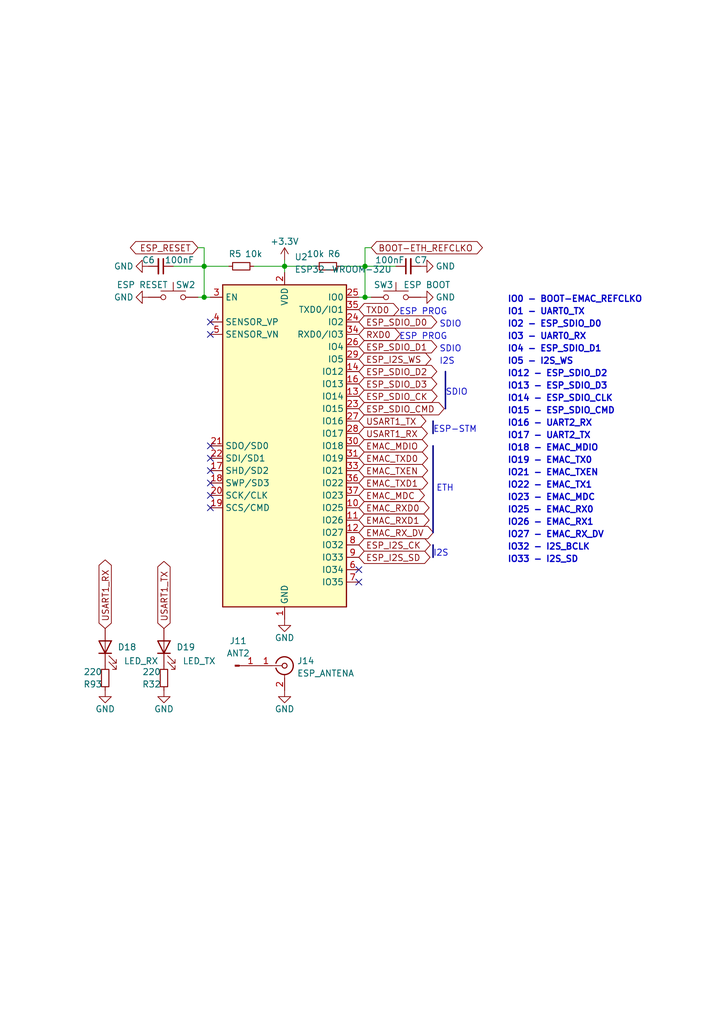
<source format=kicad_sch>
(kicad_sch (version 20211123) (generator eeschema)
  (paper "A5" portrait)
  (lib_symbols
    (symbol "Connector:Conn_01x01_Male" (pin_names (offset 1.016) hide)
      (property "Reference" "J" (at 0 2.54 0))
      (property "Value" "Conn_01x01_Male" (at 0 -2.54 0))
      (symbol "Conn_01x01_Male_1_1"
        (polyline (pts (xy 1.27 0) (xy 0.8636 0)) (stroke (width 0.1524)))
        (rectangle (start 0.8636 0.127) (end 0 -0.127) (stroke (width 0.1524)) (fill (type outline)))
        (pin passive line (at 5.08 0 180) (length 3.81) (name "Pin_1") (number "1"))
      )
    )
    (symbol "Connector:Conn_Coaxial" (pin_names (offset 1.016) hide)
      (property "Reference" "J" (at 0.254 3.048 0))
      (property "Value" "Conn_Coaxial" (at 2.921 0 90))
      (symbol "Conn_Coaxial_0_1"
        (arc (start -1.778 -0.508) (mid 0.2311 -1.8066) (end 1.778 0) (stroke (width 0.254)))
        (polyline (pts (xy -2.54 0) (xy -0.508 0)))
        (polyline (pts (xy 0 -2.54) (xy 0 -1.778)))
        (circle (center 0 0) (radius 0.508) (stroke (width 0.2032)))
        (arc (start 1.778 0) (mid 0.2099 1.8101) (end -1.778 0.508) (stroke (width 0.254)))
      )
      (symbol "Conn_Coaxial_1_1"
        (pin passive line (at -5.08 0 0) (length 2.54) (name "In") (number "1"))
        (pin passive line (at 0 -5.08 90) (length 2.54) (name "Ext") (number "2"))
      )
    )
    (symbol "Device:C_Small" (pin_numbers hide) (pin_names (offset 0.254) hide)
      (property "Reference" "C" (at 0.254 1.778 0))
      (property "Value" "C_Small" (at 0.254 -2.032 0))
      (symbol "C_Small_0_1"
        (polyline (pts (xy -1.524 -0.508) (xy 1.524 -0.508)) (stroke (width 0.3302)))
        (polyline (pts (xy -1.524 0.508) (xy 1.524 0.508)) (stroke (width 0.3048)))
      )
      (symbol "C_Small_1_1"
        (pin passive line (at 0 2.54 270) (length 2.032) (name "~") (number "1"))
        (pin passive line (at 0 -2.54 90) (length 2.032) (name "~") (number "2"))
      )
    )
    (symbol "Device:LED" (pin_numbers hide) (pin_names (offset 1.016) hide)
      (property "Reference" "D" (at 0 2.54 0))
      (property "Value" "LED" (at 0 -2.54 0))
      (symbol "LED_0_1"
        (polyline (pts (xy -1.27 -1.27) (xy -1.27 1.27)) (stroke (width 0.254)))
        (polyline (pts (xy -1.27 0) (xy 1.27 0)))
        (polyline (pts (xy 1.27 -1.27) (xy 1.27 1.27) (xy -1.27 0) (xy 1.27 -1.27)) (stroke (width 0.254)))
        (polyline (pts (xy -3.048 -0.762) (xy -4.572 -2.286) (xy -3.81 -2.286) (xy -4.572 -2.286) (xy -4.572 -1.524)))
        (polyline (pts (xy -1.778 -0.762) (xy -3.302 -2.286) (xy -2.54 -2.286) (xy -3.302 -2.286) (xy -3.302 -1.524)))
      )
      (symbol "LED_1_1"
        (pin passive line (at -3.81 0 0) (length 2.54) (name "K") (number "1"))
        (pin passive line (at 3.81 0 180) (length 2.54) (name "A") (number "2"))
      )
    )
    (symbol "Device:R_Small" (pin_numbers hide) (pin_names (offset 0.254) hide)
      (property "Reference" "R" (at 0.762 0.508 0))
      (property "Value" "R_Small" (at 0.762 -1.016 0))
      (symbol "R_Small_0_1"
        (rectangle (start -0.762 1.778) (end 0.762 -1.778) (stroke (width 0.2032)))
      )
      (symbol "R_Small_1_1"
        (pin passive line (at 0 2.54 270) (length 0.762) (name "~") (number "1"))
        (pin passive line (at 0 -2.54 90) (length 0.762) (name "~") (number "2"))
      )
    )
    (symbol "RF_Module:ESP32-WROOM-32U"
      (property "Reference" "U" (at -12.7 34.29 0))
      (property "Value" "ESP32-WROOM-32U" (at 1.27 34.29 0))
      (symbol "ESP32-WROOM-32U_0_1"
        (rectangle (start -12.7 33.02) (end 12.7 -33.02) (stroke (width 0.254)) (fill (type background)))
      )
      (symbol "ESP32-WROOM-32U_1_1"
        (pin power_in line (at 0 -35.56 90) (length 2.54) (name "GND") (number "1"))
        (pin bidirectional line (at 15.24 -12.7 180) (length 2.54) (name "IO25") (number "10"))
        (pin bidirectional line (at 15.24 -15.24 180) (length 2.54) (name "IO26") (number "11"))
        (pin bidirectional line (at 15.24 -17.78 180) (length 2.54) (name "IO27") (number "12"))
        (pin bidirectional line (at 15.24 10.16 180) (length 2.54) (name "IO14") (number "13"))
        (pin bidirectional line (at 15.24 15.24 180) (length 2.54) (name "IO12") (number "14"))
        (pin passive line (at 0 -35.56 90) (length 2.54) hide (name "GND") (number "15"))
        (pin bidirectional line (at 15.24 12.7 180) (length 2.54) (name "IO13") (number "16"))
        (pin bidirectional line (at -15.24 -5.08 0) (length 2.54) (name "SHD/SD2") (number "17"))
        (pin bidirectional line (at -15.24 -7.62 0) (length 2.54) (name "SWP/SD3") (number "18"))
        (pin bidirectional line (at -15.24 -12.7 0) (length 2.54) (name "SCS/CMD") (number "19"))
        (pin power_in line (at 0 35.56 270) (length 2.54) (name "VDD") (number "2"))
        (pin bidirectional line (at -15.24 -10.16 0) (length 2.54) (name "SCK/CLK") (number "20"))
        (pin bidirectional line (at -15.24 0 0) (length 2.54) (name "SDO/SD0") (number "21"))
        (pin bidirectional line (at -15.24 -2.54 0) (length 2.54) (name "SDI/SD1") (number "22"))
        (pin bidirectional line (at 15.24 7.62 180) (length 2.54) (name "IO15") (number "23"))
        (pin bidirectional line (at 15.24 25.4 180) (length 2.54) (name "IO2") (number "24"))
        (pin bidirectional line (at 15.24 30.48 180) (length 2.54) (name "IO0") (number "25"))
        (pin bidirectional line (at 15.24 20.32 180) (length 2.54) (name "IO4") (number "26"))
        (pin bidirectional line (at 15.24 5.08 180) (length 2.54) (name "IO16") (number "27"))
        (pin bidirectional line (at 15.24 2.54 180) (length 2.54) (name "IO17") (number "28"))
        (pin bidirectional line (at 15.24 17.78 180) (length 2.54) (name "IO5") (number "29"))
        (pin input line (at -15.24 30.48 0) (length 2.54) (name "EN") (number "3"))
        (pin bidirectional line (at 15.24 0 180) (length 2.54) (name "IO18") (number "30"))
        (pin bidirectional line (at 15.24 -2.54 180) (length 2.54) (name "IO19") (number "31"))
        (pin no_connect line (at -12.7 -27.94 0) (length 2.54) hide (name "NC") (number "32"))
        (pin bidirectional line (at 15.24 -5.08 180) (length 2.54) (name "IO21") (number "33"))
        (pin bidirectional line (at 15.24 22.86 180) (length 2.54) (name "RXD0/IO3") (number "34"))
        (pin bidirectional line (at 15.24 27.94 180) (length 2.54) (name "TXD0/IO1") (number "35"))
        (pin bidirectional line (at 15.24 -7.62 180) (length 2.54) (name "IO22") (number "36"))
        (pin bidirectional line (at 15.24 -10.16 180) (length 2.54) (name "IO23") (number "37"))
        (pin passive line (at 0 -35.56 90) (length 2.54) hide (name "GND") (number "38"))
        (pin passive line (at 0 -35.56 90) (length 2.54) hide (name "GND") (number "39"))
        (pin input line (at -15.24 25.4 0) (length 2.54) (name "SENSOR_VP") (number "4"))
        (pin input line (at -15.24 22.86 0) (length 2.54) (name "SENSOR_VN") (number "5"))
        (pin input line (at 15.24 -25.4 180) (length 2.54) (name "IO34") (number "6"))
        (pin input line (at 15.24 -27.94 180) (length 2.54) (name "IO35") (number "7"))
        (pin bidirectional line (at 15.24 -20.32 180) (length 2.54) (name "IO32") (number "8"))
        (pin bidirectional line (at 15.24 -22.86 180) (length 2.54) (name "IO33") (number "9"))
      )
    )
    (symbol "Switch:SW_Push" (pin_numbers hide) (pin_names (offset 1.016) hide)
      (property "Reference" "SW" (at 1.27 2.54 0))
      (property "Value" "SW_Push" (at 0 -1.524 0))
      (symbol "SW_Push_0_1"
        (circle (center -2.032 0) (radius 0.508))
        (polyline (pts (xy 0 1.27) (xy 0 3.048)))
        (polyline (pts (xy 2.54 1.27) (xy -2.54 1.27)))
        (circle (center 2.032 0) (radius 0.508))
        (pin passive line (at -5.08 0 0) (length 2.54) (name "1") (number "1"))
        (pin passive line (at 5.08 0 180) (length 2.54) (name "2") (number "2"))
      )
    )
    (symbol "power:+3.3V" (power) (pin_names (offset 0))
      (property "Value" "+3.3V" (at 0 3.556 0))
      (symbol "+3.3V_0_1"
        (polyline (pts (xy -0.762 1.27) (xy 0 2.54)))
        (polyline (pts (xy 0 0) (xy 0 2.54)))
        (polyline (pts (xy 0 2.54) (xy 0.762 1.27)))
      )
      (symbol "+3.3V_1_1"
        (pin power_in line (at 0 0 90) (length 0) hide (name "+3.3V") (number "1"))
      )
    )
    (symbol "power:GND" (power) (pin_names (offset 0))
      (property "Value" "GND" (at 0 -3.81 0))
      (symbol "GND_0_1"
        (polyline (pts (xy 0 0) (xy 0 -1.27) (xy 1.27 -1.27) (xy 0 -2.54) (xy -1.27 -1.27) (xy 0 -1.27)))
      )
      (symbol "GND_1_1"
        (pin power_in line (at 0 0 270) (length 0) hide (name "GND") (number "1"))
      )
    )
  )
  (junction (at 58.42 54.61))
  (junction (at 41.91 60.96))
  (junction (at 74.93 54.61))
  (junction (at 41.91 54.61))
  (junction (at 74.93 60.96))
  (no_connect (at 73.66 119.38))
  (no_connect (at 43.18 104.14))
  (no_connect (at 43.18 91.44))
  (no_connect (at 43.18 66.04))
  (no_connect (at 43.18 68.58))
  (no_connect (at 43.18 101.6))
  (no_connect (at 73.66 116.84))
  (no_connect (at 43.18 93.98))
  (no_connect (at 43.18 96.52))
  (no_connect (at 43.18 99.06))
  (bus (pts (xy 91.44 76.2) (xy 91.44 83.82)))
  (wire (pts (xy 41.91 54.61) (xy 46.99 54.61)))
  (bus (pts (xy 88.9 91.44) (xy 88.9 109.22)))
  (wire (pts (xy 74.93 54.61) (xy 69.85 54.61)))
  (wire (pts (xy 76.2 60.96) (xy 74.93 60.96)))
  (wire (pts (xy 81.28 54.61) (xy 74.93 54.61)))
  (wire (pts (xy 40.64 60.96) (xy 41.91 60.96)))
  (wire (pts (xy 74.93 54.61) (xy 74.93 60.96)))
  (wire (pts (xy 58.42 54.61) (xy 58.42 55.88)))
  (wire (pts (xy 41.91 50.8) (xy 41.91 54.61)))
  (wire (pts (xy 41.91 54.61) (xy 41.91 60.96)))
  (wire (pts (xy 58.42 54.61) (xy 64.77 54.61)))
  (bus (pts (xy 88.9 111.76) (xy 88.9 114.3)))
  (wire (pts (xy 76.2 50.8) (xy 74.93 50.8)))
  (bus (pts (xy 88.9 86.36) (xy 88.9 88.9)))
  (wire (pts (xy 41.91 60.96) (xy 43.18 60.96)))
  (wire (pts (xy 52.07 54.61) (xy 58.42 54.61)))
  (wire (pts (xy 74.93 50.8) (xy 74.93 54.61)))
  (wire (pts (xy 35.56 54.61) (xy 41.91 54.61)))
  (wire (pts (xy 58.42 53.34) (xy 58.42 54.61)))
  (wire (pts (xy 40.64 50.8) (xy 41.91 50.8)))
  (wire (pts (xy 74.93 60.96) (xy 73.66 60.96)))
  (text "IO2 - ESP_SDIO_D0" (at 104.14 67.31 0) (effects (font (size 1.27 1.27) bold) (justify left bottom)))
  (text "IO12 - ESP_SDIO_D2" (at 104.14 77.47 0) (effects (font (size 1.27 1.27) bold) (justify left bottom)))
  (text "IO13 - ESP_SDIO_D3" (at 104.14 80.01 0) (effects (font (size 1.27 1.27) bold) (justify left bottom)))
  (text "IO17 - UART2_TX" (at 104.14 90.17 0) (effects (font (size 1.27 1.27) bold) (justify left bottom)))
  (text "SDIO" (at 91.44 81.28 0) (effects (font (size 1.27 1.27)) (justify left bottom)))
  (text "IO19 - EMAC_TX0" (at 104.14 95.25 0) (effects (font (size 1.27 1.27) bold) (justify left bottom)))
  (text "SDIO" (at 90.17 67.31 0) (effects (font (size 1.27 1.27)) (justify left bottom)))
  (text "IO25 - EMAC_RX0" (at 104.14 105.41 0) (effects (font (size 1.27 1.27) bold) (justify left bottom)))
  (text "IO21 - EMAC_TXEN" (at 104.14 97.79 0) (effects (font (size 1.27 1.27) bold) (justify left bottom)))
  (text "IO22 - EMAC_TX1" (at 104.14 100.33 0) (effects (font (size 1.27 1.27) bold) (justify left bottom)))
  (text "IO26 - EMAC_RX1" (at 104.14 107.95 0) (effects (font (size 1.27 1.27) bold) (justify left bottom)))
  (text "ESP-STM" (at 88.9 88.9 0) (effects (font (size 1.27 1.27)) (justify left bottom)))
  (text "I2S" (at 90.17 74.93 0) (effects (font (size 1.27 1.27)) (justify left bottom)))
  (text "ESP PROG" (at 81.915 64.77 0) (effects (font (size 1.27 1.27)) (justify left bottom)))
  (text "IO33 - I2S_SD" (at 104.14 115.57 0) (effects (font (size 1.27 1.27) bold) (justify left bottom)))
  (text "IO4 - ESP_SDIO_D1" (at 104.14 72.39 0) (effects (font (size 1.27 1.27) bold) (justify left bottom)))
  (text "IO3 - UART0_RX" (at 104.14 69.85 0) (effects (font (size 1.27 1.27) bold) (justify left bottom)))
  (text "IO5 - I2S_WS" (at 104.14 74.93 0) (effects (font (size 1.27 1.27) bold) (justify left bottom)))
  (text "IO0 - BOOT-EMAC_REFCLKO" (at 104.14 62.23 0) (effects (font (size 1.27 1.27) bold) (justify left bottom)))
  (text "IO15 - ESP_SDIO_CMD" (at 104.14 85.09 0) (effects (font (size 1.27 1.27) bold) (justify left bottom)))
  (text "ETH" (at 89.535 100.965 0) (effects (font (size 1.27 1.27)) (justify left bottom)))
  (text "I2S" (at 88.9 114.3 0) (effects (font (size 1.27 1.27)) (justify left bottom)))
  (text "IO27 - EMAC_RX_DV" (at 104.14 110.49 0) (effects (font (size 1.27 1.27) bold) (justify left bottom)))
  (text "SDIO" (at 90.17 72.39 0) (effects (font (size 1.27 1.27)) (justify left bottom)))
  (text "ESP PROG" (at 81.915 69.85 0) (effects (font (size 1.27 1.27)) (justify left bottom)))
  (text "IO1 - UART0_TX" (at 104.14 64.77 0) (effects (font (size 1.27 1.27) bold) (justify left bottom)))
  (text "IO32 - I2S_BCLK" (at 104.14 113.03 0) (effects (font (size 1.27 1.27) bold) (justify left bottom)))
  (text "IO14 - ESP_SDIO_CLK" (at 104.14 82.55 0) (effects (font (size 1.27 1.27) bold) (justify left bottom)))
  (text "IO16 - UART2_RX" (at 104.14 87.63 0) (effects (font (size 1.27 1.27) bold) (justify left bottom)))
  (text "IO18 - EMAC_MDIO" (at 104.14 92.71 0) (effects (font (size 1.27 1.27) bold) (justify left bottom)))
  (text "IO23 - EMAC_MDC" (at 104.14 102.87 0) (effects (font (size 1.27 1.27) bold) (justify left bottom)))
  (global_label "EMAC_MDIO" (shape bidirectional) (at 73.66 91.44 0) (property "Intersheet References" "${INTERSHEET_REFS}" (effects hide)))
  (global_label "TXD0" (shape bidirectional) (at 73.66 63.5 0) (property "Intersheet References" "${INTERSHEET_REFS}" (effects hide)))
  (global_label "USART1_RX" (shape bidirectional) (at 73.66 88.9 0) (property "Intersheet References" "${INTERSHEET_REFS}" (effects hide)))
  (global_label "USART1_TX" (shape bidirectional) (at 33.655 128.905 90) (property "Intersheet References" "${INTERSHEET_REFS}" (effects hide)))
  (global_label "BOOT-ETH_REFCLKO" (shape bidirectional) (at 76.2 50.8 0) (property "Intersheet References" "${INTERSHEET_REFS}" (effects hide)))
  (global_label "ESP_SDIO_CK" (shape bidirectional) (at 73.66 81.28 0) (property "Intersheet References" "${INTERSHEET_REFS}" (effects hide)))
  (global_label "ESP_SDIO_D2" (shape bidirectional) (at 73.66 76.2 0) (property "Intersheet References" "${INTERSHEET_REFS}" (effects hide)))
  (global_label "USART1_TX" (shape bidirectional) (at 73.66 86.36 0) (property "Intersheet References" "${INTERSHEET_REFS}" (effects hide)))
  (global_label "EMAC_TXEN" (shape bidirectional) (at 73.66 96.52 0) (property "Intersheet References" "${INTERSHEET_REFS}" (effects hide)))
  (global_label "EMAC_RXD0" (shape bidirectional) (at 73.66 104.14 0) (property "Intersheet References" "${INTERSHEET_REFS}" (effects hide)))
  (global_label "USART1_RX" (shape bidirectional) (at 21.59 128.905 90) (property "Intersheet References" "${INTERSHEET_REFS}" (effects hide)))
  (global_label "ESP_SDIO_D3" (shape bidirectional) (at 73.66 78.74 0) (property "Intersheet References" "${INTERSHEET_REFS}" (effects hide)))
  (global_label "ESP_SDIO_D0" (shape bidirectional) (at 73.66 66.04 0) (property "Intersheet References" "${INTERSHEET_REFS}" (effects hide)))
  (global_label "EMAC_MDC" (shape bidirectional) (at 73.66 101.6 0) (property "Intersheet References" "${INTERSHEET_REFS}" (effects hide)))
  (global_label "RXD0" (shape bidirectional) (at 73.66 68.58 0) (property "Intersheet References" "${INTERSHEET_REFS}" (effects hide)))
  (global_label "ESP_I2S_CK" (shape bidirectional) (at 73.66 111.76 0) (property "Intersheet References" "${INTERSHEET_REFS}" (effects hide)))
  (global_label "EMAC_RXD1" (shape bidirectional) (at 73.66 106.68 0) (property "Intersheet References" "${INTERSHEET_REFS}" (effects hide)))
  (global_label "ESP_SDIO_D1" (shape bidirectional) (at 73.66 71.12 0) (property "Intersheet References" "${INTERSHEET_REFS}" (effects hide)))
  (global_label "EMAC_TXD0" (shape bidirectional) (at 73.66 93.98 0) (property "Intersheet References" "${INTERSHEET_REFS}" (effects hide)))
  (global_label "ESP_I2S_SD" (shape bidirectional) (at 73.66 114.3 0) (property "Intersheet References" "${INTERSHEET_REFS}" (effects hide)))
  (global_label "ESP_I2S_WS" (shape bidirectional) (at 73.66 73.66 0) (property "Intersheet References" "${INTERSHEET_REFS}" (effects hide)))
  (global_label "EMAC_RX_DV" (shape bidirectional) (at 73.66 109.22 0) (property "Intersheet References" "${INTERSHEET_REFS}" (effects hide)))
  (global_label "EMAC_TXD1" (shape bidirectional) (at 73.66 99.06 0) (property "Intersheet References" "${INTERSHEET_REFS}" (effects hide)))
  (global_label "ESP_SDIO_CMD" (shape bidirectional) (at 73.66 83.82 0) (property "Intersheet References" "${INTERSHEET_REFS}" (effects hide)))
  (global_label "ESP_RESET" (shape bidirectional) (at 40.64 50.8 180) (property "Intersheet References" "${INTERSHEET_REFS}" (effects hide)))
  (symbol (lib_id "power:GND") (at 86.36 54.61 90) (mirror x) (unit 1)
    (property "Reference" "#PWR015" (effects hide))
    (property "Value" "GND" (at 91.44 54.61 90))
  )
  (symbol (lib_id "Device:R_Small") (at 67.31 54.61 270) (mirror x) (unit 1)
    (property "Reference" "R6" (at 68.58 52.07 90))
    (property "Value" "10k" (at 64.77 52.07 90))
    (property "Footprint" "Resistor_SMD:R_0603_1608Metric" (effects hide))
  )
  (symbol (lib_id "power:GND") (at 58.42 127 0) (unit 1)
    (property "Reference" "#PWR014" (effects hide))
    (property "Value" "GND" (at 58.42 130.81 0))
  )
  (symbol (lib_id "RF_Module:ESP32-WROOM-32U") (at 58.42 91.44 0) (unit 1)
    (property "Reference" "U2" (at 60.4394 52.705 0) (effects (justify left)))
    (property "Value" "ESP32-WROOM-32U" (at 60.4394 55.245 0) (effects (justify left)))
    (property "Footprint" "RF_Module:ESP32-WROOM-32U" (effects hide))
    (property "Datasheet" "https://www.espressif.com/sites/default/files/documentation/esp32-wroom-32d_esp32-wroom-32u_datasheet_en.pdf" (effects hide))
  )
  (symbol (lib_id "Device:LED") (at 33.655 132.715 90) (unit 1)
    (property "Reference" "D19" (at 36.195 132.715 90) (effects (justify right)))
    (property "Value" "LED_TX" (at 37.465 135.5724 90) (effects (justify right)))
    (property "Footprint" "LED_SMD:LED_0603_1608Metric" (effects hide))
  )
  (symbol (lib_id "Device:LED") (at 21.59 132.715 90) (unit 1)
    (property "Reference" "D18" (at 24.13 132.715 90) (effects (justify right)))
    (property "Value" "LED_RX" (at 25.4 135.5724 90) (effects (justify right)))
    (property "Footprint" "LED_SMD:LED_0603_1608Metric" (effects hide))
  )
  (symbol (lib_id "power:GND") (at 30.48 60.96 270) (unit 1)
    (property "Reference" "#PWR012" (effects hide))
    (property "Value" "GND" (at 25.4 60.96 90))
  )
  (symbol (lib_id "power:GND") (at 30.48 54.61 270) (unit 1)
    (property "Reference" "#PWR011" (effects hide))
    (property "Value" "GND" (at 25.4 54.61 90))
  )
  (symbol (lib_id "Device:R_Small") (at 49.53 54.61 90) (unit 1)
    (property "Reference" "R5" (at 48.26 52.07 90))
    (property "Value" "10k" (at 52.07 52.07 90))
    (property "Footprint" "Resistor_SMD:R_0603_1608Metric" (effects hide))
  )
  (symbol (lib_id "Connector:Conn_Coaxial") (at 58.42 136.525 0) (unit 1)
    (property "Reference" "J14" (at 60.96 135.5481 0) (effects (justify left)))
    (property "Value" "ESP_ANTENA" (at 60.96 138.0881 0) (effects (justify left)))
    (property "Footprint" "Connector_Coaxial:SMA_Amphenol_901-143_Horizontal" (effects hide))
    (property "Datasheet" " ~" (effects hide))
  )
  (symbol (lib_id "Device:R_Small") (at 21.59 139.065 180) (unit 1)
    (property "Reference" "R93" (at 19.05 140.335 0))
    (property "Value" "220" (at 19.05 137.795 0))
    (property "Footprint" "Resistor_SMD:R_0603_1608Metric" (effects hide))
  )
  (symbol (lib_id "Switch:SW_Push") (at 35.56 60.96 0) (unit 1)
    (property "Reference" "SW2" (at 38.1 58.42 0))
    (property "Value" "ESP RESET" (at 29.21 58.42 0))
    (property "Footprint" "Button_Switch_SMD:SW_SPST_CK_RS282G05A3" (effects hide))
  )
  (symbol (lib_id "power:GND") (at 58.42 141.605 0) (unit 1)
    (property "Reference" "#PWR0150" (effects hide))
    (property "Value" "GND" (at 58.42 145.415 0))
  )
  (symbol (lib_id "power:GND") (at 33.655 141.605 0) (unit 1)
    (property "Reference" "#PWR041" (effects hide))
    (property "Value" "GND" (at 33.655 145.415 0))
  )
  (symbol (lib_id "Device:C_Small") (at 83.82 54.61 90) (unit 1)
    (property "Reference" "C7" (at 86.36 53.34 90))
    (property "Value" "100nF" (at 80.01 53.34 90))
    (property "Footprint" "Capacitor_SMD:C_0603_1608Metric" (effects hide))
  )
  (symbol (lib_id "Device:R_Small") (at 33.655 139.065 180) (unit 1)
    (property "Reference" "R32" (at 31.115 140.335 0))
    (property "Value" "220" (at 31.115 137.795 0))
    (property "Footprint" "Resistor_SMD:R_0603_1608Metric" (effects hide))
  )
  (symbol (lib_id "Device:C_Small") (at 33.02 54.61 270) (mirror x) (unit 1)
    (property "Reference" "C6" (at 30.48 53.34 90))
    (property "Value" "100nF" (at 36.83 53.34 90))
    (property "Footprint" "Capacitor_SMD:C_0603_1608Metric" (effects hide))
  )
  (symbol (lib_id "Switch:SW_Push") (at 81.28 60.96 0) (mirror y) (unit 1)
    (property "Reference" "SW3" (at 78.74 58.42 0))
    (property "Value" "ESP BOOT" (at 87.63 58.42 0))
    (property "Footprint" "Button_Switch_SMD:SW_SPST_CK_RS282G05A3" (effects hide))
  )
  (symbol (lib_id "power:GND") (at 21.59 141.605 0) (unit 1)
    (property "Reference" "#PWR0161" (effects hide))
    (property "Value" "GND" (at 21.59 145.415 0))
  )
  (symbol (lib_id "power:GND") (at 86.36 60.96 90) (mirror x) (unit 1)
    (property "Reference" "#PWR016" (effects hide))
    (property "Value" "GND" (at 91.44 60.96 90))
  )
  (symbol (lib_id "Connector:Conn_01x01_Male") (at 48.26 136.525 0) (unit 1)
    (property "Reference" "J11" (at 48.895 131.445 0))
    (property "Value" "ANT2" (at 48.895 133.985 0))
    (property "Footprint" "Connector_PinHeader_2.54mm:PinHeader_1x01_P2.54mm_Vertical" (effects hide))
  )
  (symbol (lib_id "power:+3.3V") (at 58.42 53.34 0) (unit 1)
    (property "Reference" "#PWR013" (effects hide))
    (property "Value" "+3.3V" (at 58.42 49.53 0))
  )
)
</source>
